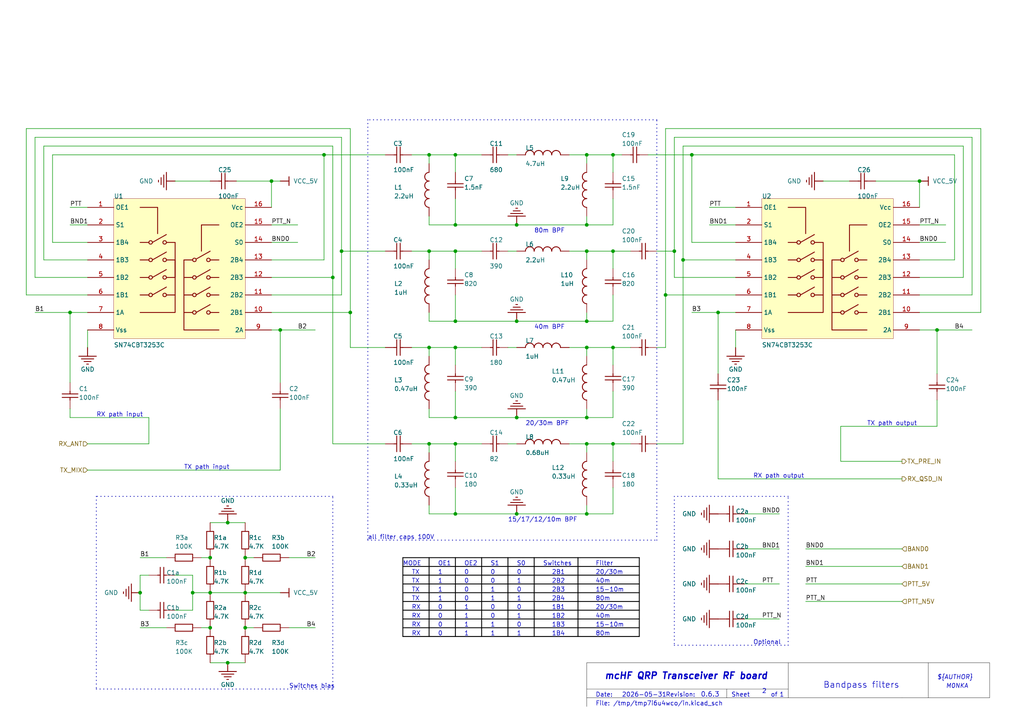
<source format=kicad_sch>
(kicad_sch (version 20231120) (generator "eeschema") (generator_version "8.0")
  (paper "A4")
  (title_block (title "mcHF QRP Transceiver RF board") (rev "0.6.3") (company "M0NKA"))
  (junction (at 170.18 65.2272))
  (junction (at 132.08 65.2272))
  (junction (at 71.12 161.7472))
  (junction (at 149.86 121.1072))
  (junction (at 149.86 65.2272))
  (junction (at 170.18 72.8472))
  (junction (at 60.96 182.0672))
  (junction (at 132.08 93.1672))
  (junction (at 132.08 100.7872))
  (junction (at 71.12 171.9072))
  (junction (at 177.8 44.9072))
  (junction (at 55.88 171.9072))
  (junction (at 78.74 52.5272))
  (junction (at 170.18 121.1072))
  (junction (at 60.96 171.9072))
  (junction (at 170.18 93.1672))
  (junction (at 81.28 95.7072))
  (junction (at 124.46 100.7872))
  (junction (at 124.46 44.9072))
  (junction (at 149.86 149.0472))
  (junction (at 20.32 90.6272))
  (junction (at 93.98 44.9072))
  (junction (at 66.04 192.2272))
  (junction (at 177.8 100.7872))
  (junction (at 170.18 149.0472))
  (junction (at 200.66 44.9072))
  (junction (at 124.46 72.8472))
  (junction (at 193.04 85.5472))
  (junction (at 60.96 161.7472))
  (junction (at 40.64 171.9072))
  (junction (at 132.08 72.8472))
  (junction (at 266.7 52.5272))
  (junction (at 132.08 128.7272))
  (junction (at 132.08 44.9072))
  (junction (at 149.86 93.1672))
  (junction (at 208.28 90.6272))
  (junction (at 198.12 75.3872))
  (junction (at 132.08 121.1072))
  (junction (at 99.06 72.8472))
  (junction (at 177.8 72.8472))
  (junction (at 132.08 149.0472))
  (junction (at 66.04 151.5872))
  (junction (at 124.46 128.7272))
  (junction (at 170.18 128.7272))
  (junction (at 170.18 100.7872))
  (junction (at 96.52 80.4672))
  (junction (at 195.58 72.8472))
  (junction (at 271.78 95.7072))
  (junction (at 101.6 90.6272))
  (junction (at 170.18 44.9072))
  (junction (at 177.8 128.7272))
  (junction (at 71.12 182.0672))
  (wire (pts (xy 170.18 72.8472) (xy 170.18 75.3872)))
  (wire (pts (xy 205.74 65.2272) (xy 213.36 65.2272)))
  (polyline (pts (xy 116.84 171.9072) (xy 185.42 171.9072)) (stroke (width 0.254) (type solid) (color 0 0 0 1)))
  (wire (pts (xy 177.8 113.4872) (xy 177.8 121.1072)))
  (wire (pts (xy 124.46 100.7872) (xy 132.08 100.7872)))
  (wire (pts (xy 193.04 37.2872) (xy 193.04 85.5472)))
  (wire (pts (xy 170.18 65.2272) (xy 149.86 65.2272)))
  (wire (pts (xy 279.4 42.3672) (xy 279.4 80.4672)))
  (wire (pts (xy 124.46 149.0472) (xy 124.46 146.5072)))
  (wire (pts (xy 60.96 52.5272) (xy 50.8 52.5272)))
  (polyline (pts (xy 228.6 143.9672) (xy 195.58 143.9672)) (stroke (width 0.254) (type dot) (color 0 0 180 1)))
  (wire (pts (xy 284.48 90.6272) (xy 284.48 37.2872)))
  (polyline (pts (xy 167.64 161.7472) (xy 167.64 184.6072)) (stroke (width 0.254) (type solid) (color 0 0 0 1)))
  (wire (pts (xy 170.18 44.9072) (xy 177.8 44.9072)))
  (wire (pts (xy 177.8 65.2272) (xy 170.18 65.2272)))
  (wire (pts (xy 170.18 149.0472) (xy 170.18 146.5072)))
  (wire (pts (xy 7.62 37.2872) (xy 7.62 85.5472)))
  (wire (pts (xy 165.1 44.9072) (xy 170.18 44.9072)))
  (polyline (pts (xy 116.84 164.2872) (xy 185.42 164.2872)) (stroke (width 0.254) (type solid) (color 0 0 0 1)))
  (wire (pts (xy 195.58 72.8472) (xy 195.58 80.4672)))
  (wire (pts (xy 83.82 161.7472) (xy 91.44 161.7472)))
  (wire (pts (xy 78.74 95.7072) (xy 81.28 95.7072)))
  (wire (pts (xy 215.9 149.0472) (xy 226.06 149.0472)))
  (wire (pts (xy 266.7 65.2272) (xy 274.32 65.2272)))
  (wire (pts (xy 200.66 70.3072) (xy 200.66 44.9072)))
  (wire (pts (xy 43.18 121.1072) (xy 20.32 121.1072)))
  (wire (pts (xy 99.06 39.8272) (xy 10.16 39.8272)))
  (polyline (pts (xy 228.6 187.1472) (xy 228.6 143.9672)) (stroke (width 0.254) (type dot) (color 0 0 180 1)))
  (wire (pts (xy 276.86 75.3872) (xy 266.7 75.3872)))
  (wire (pts (xy 177.8 100.7872) (xy 177.8 105.8672)))
  (wire (pts (xy 193.04 85.5472) (xy 213.36 85.5472)))
  (polyline (pts (xy 116.84 174.4472) (xy 185.42 174.4472)) (stroke (width 0.254) (type solid) (color 0 0 0 1)))
  (wire (pts (xy 55.88 171.9072) (xy 55.88 176.9872)))
  (wire (pts (xy 68.58 52.5272) (xy 78.74 52.5272)))
  (wire (pts (xy 271.78 95.7072) (xy 281.94 95.7072)))
  (wire (pts (xy 25.4 136.3472) (xy 81.28 136.3472)))
  (wire (pts (xy 195.58 39.8272) (xy 195.58 72.8472)))
  (polyline (pts (xy 195.58 143.9672) (xy 195.58 187.1472)) (stroke (width 0.254) (type dot) (color 0 0 180 1)))
  (wire (pts (xy 208.28 90.6272) (xy 213.36 90.6272)))
  (wire (pts (xy 198.12 42.3672) (xy 279.4 42.3672)))
  (wire (pts (xy 25.4 65.2272) (xy 20.32 65.2272)))
  (wire (pts (xy 271.78 95.7072) (xy 271.78 108.4072)))
  (wire (pts (xy 81.28 136.3472) (xy 81.28 118.5672)))
  (polyline (pts (xy 116.84 176.9872) (xy 185.42 176.9872)) (stroke (width 0.254) (type solid) (color 0 0 0 1)))
  (polyline (pts (xy 287.02 202.3872) (xy 287.02 192.2272)) (stroke (width 0.0254) (type solid) (color 0 0 0 1)))
  (polyline (pts (xy 116.84 169.3672) (xy 185.42 169.3672)) (stroke (width 0.254) (type solid) (color 0 0 0 1)))
  (wire (pts (xy 233.68 169.3672) (xy 261.62 169.3672)))
  (wire (pts (xy 170.18 100.7872) (xy 170.18 103.3272)))
  (polyline (pts (xy 106.68 156.6672) (xy 190.5 156.6672)) (stroke (width 0.254) (type dot) (color 0 0 180 1)))
  (wire (pts (xy 50.8 166.8272) (xy 55.88 166.8272)))
  (polyline (pts (xy 96.52 143.9672) (xy 27.94 143.9672)) (stroke (width 0.254) (type dot) (color 0 0 180 1)))
  (wire (pts (xy 78.74 90.6272) (xy 101.6 90.6272)))
  (wire (pts (xy 177.8 72.8472) (xy 182.88 72.8472)))
  (wire (pts (xy 177.8 100.7872) (xy 182.88 100.7872)))
  (wire (pts (xy 119.38 44.9072) (xy 124.46 44.9072)))
  (wire (pts (xy 124.46 128.7272) (xy 124.46 131.2672)))
  (wire (pts (xy 177.8 149.0472) (xy 170.18 149.0472)))
  (wire (pts (xy 15.24 70.3072) (xy 15.24 44.9072)))
  (wire (pts (xy 279.4 80.4672) (xy 266.7 80.4672)))
  (wire (pts (xy 200.66 44.9072) (xy 276.86 44.9072)))
  (wire (pts (xy 170.18 121.1072) (xy 170.18 118.5672)))
  (wire (pts (xy 81.28 95.7072) (xy 81.28 110.9472)))
  (wire (pts (xy 96.52 128.7272) (xy 111.76 128.7272)))
  (wire (pts (xy 101.6 100.7872) (xy 101.6 90.6272)))
  (wire (pts (xy 170.18 72.8472) (xy 177.8 72.8472)))
  (polyline (pts (xy 170.18 192.2272) (xy 170.18 204.9272)) (stroke (width 0.0254) (type solid) (color 0 0 0 1)))
  (wire (pts (xy 266.7 52.5272) (xy 254 52.5272)))
  (wire (pts (xy 170.18 128.7272) (xy 170.18 131.2672)))
  (wire (pts (xy 48.26 182.0672) (xy 40.64 182.0672)))
  (wire (pts (xy 132.08 141.4272) (xy 132.08 149.0472)))
  (wire (pts (xy 208.28 116.0272) (xy 208.28 138.8872)))
  (wire (pts (xy 124.46 72.8472) (xy 132.08 72.8472)))
  (wire (pts (xy 40.64 171.9072) (xy 40.64 176.9872)))
  (wire (pts (xy 124.46 121.1072) (xy 124.46 118.5672)))
  (wire (pts (xy 60.96 192.2272) (xy 66.04 192.2272)))
  (wire (pts (xy 99.06 85.5472) (xy 99.06 72.8472)))
  (wire (pts (xy 170.18 128.7272) (xy 177.8 128.7272)))
  (wire (pts (xy 25.4 95.7072) (xy 25.4 100.7872)))
  (polyline (pts (xy 287.02 192.2272) (xy 170.18 192.2272)) (stroke (width 0.0254) (type solid) (color 0 0 0 1)))
  (polyline (pts (xy 170.18 199.8472) (xy 228.6 199.8472)) (stroke (width 0.0254) (type solid) (color 0 0 0 1)))
  (wire (pts (xy 132.08 128.7272) (xy 139.7 128.7272)))
  (polyline (pts (xy 106.68 34.7472) (xy 106.68 156.6672)) (stroke (width 0.254) (type dot) (color 0 0 180 1)))
  (polyline (pts (xy 116.84 161.7472) (xy 185.42 161.7472)) (stroke (width 0.254) (type solid) (color 0 0 0 1)))
  (wire (pts (xy 48.26 161.7472) (xy 40.64 161.7472)))
  (wire (pts (xy 281.94 85.5472) (xy 281.94 39.8272)))
  (wire (pts (xy 7.62 85.5472) (xy 25.4 85.5472)))
  (wire (pts (xy 187.96 44.9072) (xy 200.66 44.9072)))
  (wire (pts (xy 132.08 72.8472) (xy 139.7 72.8472)))
  (polyline (pts (xy 195.58 187.1472) (xy 228.6 187.1472)) (stroke (width 0.254) (type dot) (color 0 0 180 1)))
  (wire (pts (xy 215.9 169.3672) (xy 226.06 169.3672)))
  (polyline (pts (xy 116.84 182.0672) (xy 185.42 182.0672)) (stroke (width 0.254) (type solid) (color 0 0 0 1)))
  (wire (pts (xy 195.58 80.4672) (xy 213.36 80.4672)))
  (wire (pts (xy 177.8 128.7272) (xy 182.88 128.7272)))
  (wire (pts (xy 96.52 80.4672) (xy 96.52 128.7272)))
  (wire (pts (xy 20.32 60.1472) (xy 25.4 60.1472)))
  (wire (pts (xy 177.8 141.4272) (xy 177.8 149.0472)))
  (polyline (pts (xy 228.6 192.2272) (xy 228.6 202.3872)) (stroke (width 0.0254) (type solid) (color 0 0 0 1)))
  (polyline (pts (xy 27.94 199.8472) (xy 96.52 199.8472)) (stroke (width 0.254) (type dot) (color 0 0 180 1)))
  (wire (pts (xy 10.16 90.6272) (xy 20.32 90.6272)))
  (wire (pts (xy 66.04 192.2272) (xy 71.12 192.2272)))
  (polyline (pts (xy 261.62 202.3872) (xy 287.02 202.3872)) (stroke (width 0.0254) (type solid) (color 0 0 0 1)))
  (wire (pts (xy 25.4 90.6272) (xy 20.32 90.6272)))
  (wire (pts (xy 170.18 121.1072) (xy 149.86 121.1072)))
  (polyline (pts (xy 154.94 161.7472) (xy 154.94 184.6072)) (stroke (width 0.254) (type solid) (color 0 0 0 1)))
  (wire (pts (xy 208.28 138.8872) (xy 261.62 138.8872)))
  (wire (pts (xy 198.12 75.3872) (xy 198.12 42.3672)))
  (wire (pts (xy 73.66 161.7472) (xy 71.12 161.7472)))
  (wire (pts (xy 170.18 93.1672) (xy 170.18 90.6272)))
  (wire (pts (xy 132.08 57.6072) (xy 132.08 65.2272)))
  (wire (pts (xy 10.16 80.4672) (xy 25.4 80.4672)))
  (wire (pts (xy 177.8 44.9072) (xy 180.34 44.9072)))
  (wire (pts (xy 165.1 72.8472) (xy 170.18 72.8472)))
  (polyline (pts (xy 261.62 202.3872) (xy 170.18 202.3872)) (stroke (width 0.0254) (type solid) (color 0 0 0 1)))
  (polyline (pts (xy 96.52 199.8472) (xy 96.52 143.9672)) (stroke (width 0.254) (type dot) (color 0 0 180 1)))
  (wire (pts (xy 60.96 161.7472) (xy 58.42 161.7472)))
  (wire (pts (xy 243.84 123.6472) (xy 243.84 133.8072)))
  (wire (pts (xy 124.46 65.2272) (xy 124.46 62.6872)))
  (wire (pts (xy 177.8 85.5472) (xy 177.8 93.1672)))
  (wire (pts (xy 213.36 95.7072) (xy 213.36 100.7872)))
  (polyline (pts (xy 185.42 161.7472) (xy 185.42 184.6072)) (stroke (width 0.254) (type solid) (color 0 0 0 1)))
  (polyline (pts (xy 124.46 161.7472) (xy 124.46 184.6072)) (stroke (width 0.254) (type solid) (color 0 0 0 1)))
  (wire (pts (xy 124.46 44.9072) (xy 132.08 44.9072)))
  (wire (pts (xy 78.74 85.5472) (xy 99.06 85.5472)))
  (wire (pts (xy 119.38 72.8472) (xy 124.46 72.8472)))
  (wire (pts (xy 233.68 174.4472) (xy 261.62 174.4472)))
  (wire (pts (xy 124.46 72.8472) (xy 124.46 75.3872)))
  (wire (pts (xy 177.8 93.1672) (xy 170.18 93.1672)))
  (wire (pts (xy 177.8 44.9072) (xy 177.8 49.9872)))
  (wire (pts (xy 132.08 44.9072) (xy 139.7 44.9072)))
  (wire (pts (xy 78.74 80.4672) (xy 96.52 80.4672)))
  (wire (pts (xy 124.46 93.1672) (xy 124.46 90.6272)))
  (wire (pts (xy 119.38 128.7272) (xy 124.46 128.7272)))
  (wire (pts (xy 233.68 159.2072) (xy 261.62 159.2072)))
  (wire (pts (xy 200.66 90.6272) (xy 208.28 90.6272)))
  (wire (pts (xy 78.74 52.5272) (xy 81.28 52.5272)))
  (wire (pts (xy 147.32 100.7872) (xy 149.86 100.7872)))
  (wire (pts (xy 276.86 44.9072) (xy 276.86 75.3872)))
  (wire (pts (xy 132.08 44.9072) (xy 132.08 49.9872)))
  (wire (pts (xy 215.9 179.5272) (xy 226.06 179.5272)))
  (polyline (pts (xy 190.5 34.7472) (xy 106.68 34.7472)) (stroke (width 0.254) (type dot) (color 0 0 180 1)))
  (wire (pts (xy 124.46 44.9072) (xy 124.46 47.4472)))
  (polyline (pts (xy 190.5 156.6672) (xy 190.5 34.7472)) (stroke (width 0.254) (type dot) (color 0 0 180 1)))
  (wire (pts (xy 246.38 52.5272) (xy 238.76 52.5272)))
  (wire (pts (xy 233.68 164.2872) (xy 261.62 164.2872)))
  (polyline (pts (xy 116.84 184.6072) (xy 116.84 164.2872)) (stroke (width 0.254) (type solid) (color 0 0 0 1)))
  (wire (pts (xy 101.6 37.2872) (xy 7.62 37.2872)))
  (wire (pts (xy 243.84 133.8072) (xy 261.62 133.8072)))
  (wire (pts (xy 43.18 128.7272) (xy 43.18 121.1072)))
  (wire (pts (xy 40.64 166.8272) (xy 40.64 171.9072)))
  (wire (pts (xy 215.9 159.2072) (xy 226.06 159.2072)))
  (wire (pts (xy 111.76 72.8472) (xy 99.06 72.8472)))
  (polyline (pts (xy 139.7 161.7472) (xy 139.7 184.6072)) (stroke (width 0.254) (type solid) (color 0 0 0 1)))
  (wire (pts (xy 205.74 60.1472) (xy 213.36 60.1472)))
  (wire (pts (xy 190.5 100.7872) (xy 193.04 100.7872)))
  (wire (pts (xy 177.8 57.6072) (xy 177.8 65.2272)))
  (wire (pts (xy 25.4 128.7272) (xy 43.18 128.7272)))
  (wire (pts (xy 25.4 75.3872) (xy 12.7 75.3872)))
  (wire (pts (xy 266.7 70.3072) (xy 274.32 70.3072)))
  (wire (pts (xy 83.82 182.0672) (xy 91.44 182.0672)))
  (polyline (pts (xy 116.84 166.8272) (xy 185.42 166.8272)) (stroke (width 0.254) (type solid) (color 0 0 0 1)))
  (wire (pts (xy 266.7 95.7072) (xy 271.78 95.7072)))
  (wire (pts (xy 147.32 44.9072) (xy 149.86 44.9072)))
  (polyline (pts (xy 147.32 161.7472) (xy 147.32 184.6072)) (stroke (width 0.254) (type solid) (color 0 0 0 1)))
  (wire (pts (xy 198.12 128.7272) (xy 190.5 128.7272)))
  (wire (pts (xy 170.18 93.1672) (xy 149.86 93.1672)))
  (wire (pts (xy 101.6 90.6272) (xy 101.6 37.2872)))
  (wire (pts (xy 147.32 128.7272) (xy 149.86 128.7272)))
  (wire (pts (xy 55.88 171.9072) (xy 60.96 171.9072)))
  (wire (pts (xy 119.38 100.7872) (xy 124.46 100.7872)))
  (wire (pts (xy 10.16 39.8272) (xy 10.16 80.4672)))
  (wire (pts (xy 213.36 75.3872) (xy 198.12 75.3872)))
  (polyline (pts (xy 269.24 192.2272) (xy 269.24 202.3872)) (stroke (width 0.0254) (type solid) (color 0 0 0 1)))
  (wire (pts (xy 149.86 93.1672) (xy 132.08 93.1672)))
  (wire (pts (xy 58.42 182.0672) (xy 60.96 182.0672)))
  (wire (pts (xy 132.08 128.7272) (xy 132.08 133.8072)))
  (wire (pts (xy 170.18 65.2272) (xy 170.18 62.6872)))
  (wire (pts (xy 132.08 149.0472) (xy 124.46 149.0472)))
  (wire (pts (xy 124.46 128.7272) (xy 132.08 128.7272)))
  (wire (pts (xy 124.46 100.7872) (xy 124.46 103.3272)))
  (wire (pts (xy 71.12 171.9072) (xy 81.28 171.9072)))
  (wire (pts (xy 111.76 100.7872) (xy 101.6 100.7872)))
  (wire (pts (xy 165.1 128.7272) (xy 170.18 128.7272)))
  (wire (pts (xy 55.88 166.8272) (xy 55.88 171.9072)))
  (polyline (pts (xy 185.42 184.6072) (xy 116.84 184.6072)) (stroke (width 0.254) (type solid) (color 0 0 0 1)))
  (wire (pts (xy 132.08 65.2272) (xy 124.46 65.2272)))
  (wire (pts (xy 177.8 72.8472) (xy 177.8 77.9272)))
  (wire (pts (xy 266.7 85.5472) (xy 281.94 85.5472)))
  (wire (pts (xy 170.18 100.7872) (xy 177.8 100.7872)))
  (wire (pts (xy 284.48 37.2872) (xy 193.04 37.2872)))
  (wire (pts (xy 149.86 65.2272) (xy 132.08 65.2272)))
  (polyline (pts (xy 116.84 164.2872) (xy 116.84 161.7472)) (stroke (width 0.254) (type solid) (color 0 0 0 1)))
  (wire (pts (xy 43.18 166.8272) (xy 40.64 166.8272)))
  (polyline (pts (xy 132.08 161.7472) (xy 132.08 184.6072)) (stroke (width 0.254) (type solid) (color 0 0 0 1)))
  (wire (pts (xy 170.18 44.9072) (xy 170.18 47.4472)))
  (wire (pts (xy 20.32 121.1072) (xy 20.32 118.5672)))
  (wire (pts (xy 71.12 182.0672) (xy 73.66 182.0672)))
  (wire (pts (xy 170.18 149.0472) (xy 149.86 149.0472)))
  (wire (pts (xy 96.52 42.3672) (xy 96.52 80.4672)))
  (wire (pts (xy 132.08 113.4872) (xy 132.08 121.1072)))
  (wire (pts (xy 132.08 85.5472) (xy 132.08 93.1672)))
  (wire (pts (xy 271.78 116.0272) (xy 271.78 123.6472)))
  (wire (pts (xy 266.7 60.1472) (xy 266.7 52.5272)))
  (wire (pts (xy 93.98 75.3872) (xy 78.74 75.3872)))
  (wire (pts (xy 165.1 100.7872) (xy 170.18 100.7872)))
  (wire (pts (xy 271.78 123.6472) (xy 243.84 123.6472)))
  (wire (pts (xy 60.96 171.9072) (xy 71.12 171.9072)))
  (wire (pts (xy 12.7 42.3672) (xy 96.52 42.3672)))
  (wire (pts (xy 281.94 39.8272) (xy 195.58 39.8272)))
  (wire (pts (xy 177.8 121.1072) (xy 170.18 121.1072)))
  (wire (pts (xy 266.7 90.6272) (xy 284.48 90.6272)))
  (wire (pts (xy 25.4 70.3072) (xy 15.24 70.3072)))
  (wire (pts (xy 132.08 100.7872) (xy 132.08 105.8672)))
  (wire (pts (xy 198.12 75.3872) (xy 198.12 128.7272)))
  (polyline (pts (xy 27.94 143.9672) (xy 27.94 199.8472)) (stroke (width 0.254) (type dot) (color 0 0 180 1)))
  (wire (pts (xy 60.96 151.5872) (xy 66.04 151.5872)))
  (wire (pts (xy 147.32 72.8472) (xy 149.86 72.8472)))
  (wire (pts (xy 78.74 52.5272) (xy 78.74 60.1472)))
  (wire (pts (xy 93.98 44.9072) (xy 111.76 44.9072)))
  (wire (pts (xy 40.64 176.9872) (xy 43.18 176.9872)))
  (wire (pts (xy 132.08 72.8472) (xy 132.08 77.9272)))
  (wire (pts (xy 12.7 75.3872) (xy 12.7 42.3672)))
  (polyline (pts (xy 116.84 179.5272) (xy 185.42 179.5272)) (stroke (width 0.254) (type solid) (color 0 0 0 1)))
  (wire (pts (xy 193.04 100.7872) (xy 193.04 85.5472)))
  (wire (pts (xy 20.32 90.6272) (xy 20.32 110.9472)))
  (wire (pts (xy 15.24 44.9072) (xy 93.98 44.9072)))
  (wire (pts (xy 132.08 93.1672) (xy 124.46 93.1672)))
  (wire (pts (xy 132.08 121.1072) (xy 124.46 121.1072)))
  (wire (pts (xy 55.88 176.9872) (xy 50.8 176.9872)))
  (wire (pts (xy 177.8 128.7272) (xy 177.8 133.8072)))
  (wire (pts (xy 149.86 149.0472) (xy 132.08 149.0472)))
  (wire (pts (xy 132.08 100.7872) (xy 139.7 100.7872)))
  (wire (pts (xy 213.36 70.3072) (xy 200.66 70.3072)))
  (wire (pts (xy 78.74 65.2272) (xy 86.36 65.2272)))
  (wire (pts (xy 149.86 121.1072) (xy 132.08 121.1072)))
  (wire (pts (xy 99.06 72.8472) (xy 99.06 39.8272)))
  (wire (pts (xy 81.28 95.7072) (xy 91.44 95.7072)))
  (wire (pts (xy 208.28 90.6272) (xy 208.28 108.4072)))
  (wire (pts (xy 66.04 151.5872) (xy 71.12 151.5872)))
  (wire (pts (xy 190.5 72.8472) (xy 195.58 72.8472)))
  (wire (pts (xy 93.98 44.9072) (xy 93.98 75.3872)))
  (polyline (pts (xy 210.82 199.8472) (xy 210.82 202.3872)) (stroke (width 0.0254) (type solid) (color 0 0 0 1)))
  (wire (pts (xy 78.74 70.3072) (xy 86.36 70.3072)))
  (text "1" (at 149.86 169.3672 0) (effects (font (size 1.27 1.27)) (justify left bottom)))
  (text "1" (at 149.86 184.6072 0) (effects (font (size 1.27 1.27)) (justify left bottom)))
  (text "1" (at 134.62 179.5272 0) (effects (font (size 1.27 1.27)) (justify left bottom)))
  (text "TX" (at 119.38 169.3672 0) (effects (font (size 1.27 1.27)) (justify left bottom)))
  (text "TX" (at 119.38 166.8272 0) (effects (font (size 1.27 1.27)) (justify left bottom)))
  (text "2B1" (at 160.02 166.8272 0) (effects (font (size 1.27 1.27)) (justify left bottom)))
  (text "all filter caps 100V" (at 106.68 156.6672 0) (effects (font (size 1.27 1.27)) (justify left bottom)))
  (text "0" (at 149.86 176.9872 0) (effects (font (size 1.27 1.27)) (justify left bottom)))
  (text "0" (at 142.24 169.3672 0) (effects (font (size 1.27 1.27)) (justify left bottom)))
  (text "0" (at 149.86 166.8272 0) (effects (font (size 1.27 1.27)) (justify left bottom)))
  (text "Optional" (at 218.44 187.1472 0) (effects (font (size 1.27 1.27)) (justify left bottom)))
  (text "0" (at 134.62 171.9072 0) (effects (font (size 1.27 1.27)) (justify left bottom)))
  (text "15-10m" (at 172.72 182.0672 0) (effects (font (size 1.27 1.27)) (justify left bottom)))
  (text "Sheet" (at 212.09 202.3872 0) (effects (font (size 1.27 1.27)) (justify left bottom)))
  (text "RX" (at 119.38 184.6072 0) (effects (font (size 1.27 1.27)) (justify left bottom)))
  (text "0" (at 142.24 166.8272 0) (effects (font (size 1.27 1.27)) (justify left bottom)))
  (text "0" (at 134.62 169.3672 0) (effects (font (size 1.27 1.27)) (justify left bottom)))
  (text "0" (at 127 184.6072 0) (effects (font (size 1.27 1.27)) (justify left bottom)))
  (text "0" (at 134.62 166.8272 0) (effects (font (size 1.27 1.27)) (justify left bottom)))
  (text "0" (at 142.24 176.9872 0) (effects (font (size 1.27 1.27)) (justify left bottom)))
  (text "S1" (at 142.24 164.2872 0) (effects (font (size 1.27 1.27)) (justify left bottom)))
  (text "OE2" (at 134.62 164.2872 0) (effects (font (size 1.27 1.27)) (justify left bottom)))
  (text "Revision:" (at 193.04 202.3872 0) (effects (font (size 1.27 1.27)) (justify left bottom)))
  (text "2B4" (at 160.02 174.4472 0) (effects (font (size 1.27 1.27)) (justify left bottom)))
  (text "1" (at 134.62 182.0672 0) (effects (font (size 1.27 1.27)) (justify left bottom)))
  (text "1" (at 134.62 184.6072 0) (effects (font (size 1.27 1.27)) (justify left bottom)))
  (text "RX" (at 119.38 179.5272 0) (effects (font (size 1.27 1.27)) (justify left bottom)))
  (text "${TITLE}" (at 175.26 197.3072 0) (effects (font (size 1.905 1.905) (thickness 0.381) (bold yes) (italic yes)) (justify left bottom)))
  (text "20/30m BPF" (at 152.4 123.6472 0) (effects (font (size 1.27 1.27)) (justify left bottom)))
  (text "RX" (at 119.38 176.9872 0) (effects (font (size 1.27 1.27)) (justify left bottom)))
  (text "TX path output" (at 251.46 123.6472 0) (effects (font (size 1.27 1.27)) (justify left bottom)))
  (text "1B2" (at 160.02 179.5272 0) (effects (font (size 1.27 1.27)) (justify left bottom)))
  (text "0" (at 142.24 179.5272 0) (effects (font (size 1.27 1.27)) (justify left bottom)))
  (text "80m" (at 172.72 184.6072 0) (effects (font (size 1.27 1.27)) (justify left bottom)))
  (text "1" (at 127 169.3672 0) (effects (font (size 1.27 1.27)) (justify left bottom)))
  (text "0" (at 127 179.5272 0) (effects (font (size 1.27 1.27)) (justify left bottom)))
  (text "2B3" (at 160.02 171.9072 0) (effects (font (size 1.27 1.27)) (justify left bottom)))
  (text "80m" (at 172.72 174.4472 0) (effects (font (size 1.27 1.27)) (justify left bottom)))
  (text "1" (at 149.86 179.5272 0) (effects (font (size 1.27 1.27)) (justify left bottom)))
  (text "1" (at 142.24 184.6072 0) (effects (font (size 1.27 1.27)) (justify left bottom)))
  (text "RX" (at 119.38 182.0672 0) (effects (font (size 1.27 1.27)) (justify left bottom)))
  (text "2B2" (at 160.02 169.3672 0) (effects (font (size 1.27 1.27)) (justify left bottom)))
  (text "Bandpass filters" (at 238.76 199.8472 0) (effects (font (size 1.778 1.778)) (justify left bottom)))
  (text "RX path input" (at 27.94 121.1072 0) (effects (font (size 1.27 1.27)) (justify left bottom)))
  (text "40m" (at 172.72 169.3672 0) (effects (font (size 1.27 1.27)) (justify left bottom)))
  (text "MODE" (at 116.84 164.2872 0) (effects (font (size 1.27 1.27)) (justify left bottom)))
  (text "1B3" (at 160.02 182.0672 0) (effects (font (size 1.27 1.27)) (justify left bottom)))
  (text "OE1" (at 127 164.2872 0) (effects (font (size 1.27 1.27)) (justify left bottom)))
  (text "Date:" (at 172.72 202.3872 0) (effects (font (size 1.27 1.27)) (justify left bottom)))
  (text "${COMPANY}" (at 274.32 199.8472 0) (effects (font (size 1.27 1.27) (italic yes)) (justify left bottom)))
  (text "40m BPF" (at 154.94 95.7072 0) (effects (font (size 1.27 1.27)) (justify left bottom)))
  (text "0" (at 127 176.9872 0) (effects (font (size 1.27 1.27)) (justify left bottom)))
  (text "Switches" (at 157.48 164.2872 0) (effects (font (size 1.27 1.27)) (justify left bottom)))
  (text "${CURRENT_DATE}" (at 180.34 202.3872 0) (effects (font (size 1.27 1.27)) (justify left bottom)))
  (text "1" (at 127 171.9072 0) (effects (font (size 1.27 1.27)) (justify left bottom)))
  (text "1" (at 127 166.8272 0) (effects (font (size 1.27 1.27)) (justify left bottom)))
  (text "TX" (at 119.38 171.9072 0) (effects (font (size 1.27 1.27)) (justify left bottom)))
  (text "Switches bias" (at 83.82 199.8472 0) (effects (font (size 1.27 1.27)) (justify left bottom)))
  (text "20/30m" (at 172.72 176.9872 0) (effects (font (size 1.27 1.27)) (justify left bottom)))
  (text "15-10m" (at 172.72 171.9072 0) (effects (font (size 1.27 1.27)) (justify left bottom)))
  (text "RX path output" (at 218.44 138.8872 0) (effects (font (size 1.27 1.27)) (justify left bottom)))
  (text "1" (at 142.24 182.0672 0) (effects (font (size 1.27 1.27)) (justify left bottom)))
  (text "1" (at 142.24 174.4472 0) (effects (font (size 1.27 1.27)) (justify left bottom)))
  (text "1" (at 134.62 176.9872 0) (effects (font (size 1.27 1.27)) (justify left bottom)))
  (text "${REVISION}" (at 203.2 202.3872 0) (effects (font (size 1.397 1.397)) (justify left bottom)))
  (text "S0" (at 149.86 164.2872 0) (effects (font (size 1.27 1.27)) (justify left bottom)))
  (text "15/17/12/10m BPF" (at 147.32 151.5872 0) (effects (font (size 1.27 1.27)) (justify left bottom)))
  (text "${AUTHOR}" (at 271.78 197.3072 0) (effects (font (size 1.27 1.27) (italic yes)) (justify left bottom)))
  (text "2" (at 220.98 199.8472 0) (effects (font (size 1.27 1.27)) (justify left top)))
  (text "40m" (at 172.72 179.5272 0) (effects (font (size 1.27 1.27)) (justify left bottom)))
  (text "Filter" (at 172.72 164.2872 0) (effects (font (size 1.27 1.27)) (justify left bottom)))
  (text "80m BPF" (at 154.94 67.7672 0) (effects (font (size 1.27 1.27)) (justify left bottom)))
  (text "0" (at 149.86 182.0672 0) (effects (font (size 1.27 1.27)) (justify left bottom)))
  (text "${FILEPATH}" (at 177.8 204.9272 0) (effects (font (size 1.27 1.27)) (justify left bottom)))
  (text "TX path input" (at 53.34 136.3472 0) (effects (font (size 1.27 1.27)) (justify left bottom)))
  (text "of" (at 223.52 202.3872 0) (effects (font (size 1.27 1.27)) (justify left bottom)))
  (text "0" (at 149.86 171.9072 0) (effects (font (size 1.27 1.27)) (justify left bottom)))
  (text "1B1" (at 160.02 176.9872 0) (effects (font (size 1.27 1.27)) (justify left bottom)))
  (text "TX" (at 119.38 174.4472 0) (effects (font (size 1.27 1.27)) (justify left bottom)))
  (text "1" (at 127 174.4472 0) (effects (font (size 1.27 1.27)) (justify left bottom)))
  (text "1" (at 142.24 171.9072 0) (effects (font (size 1.27 1.27)) (justify left bottom)))
  (text "1B4" (at 160.02 184.6072 0) (effects (font (size 1.27 1.27)) (justify left bottom)))
  (text "File:" (at 172.72 204.9272 0) (effects (font (size 1.27 1.27)) (justify left bottom)))
  (text "0" (at 127 182.0672 0) (effects (font (size 1.27 1.27)) (justify left bottom)))
  (text "1" (at 149.86 174.4472 0) (effects (font (size 1.27 1.27)) (justify left bottom)))
  (text "20/30m" (at 172.72 166.8272 0) (effects (font (size 1.27 1.27)) (justify left bottom)))
  (text "0" (at 134.62 174.4472 0) (effects (font (size 1.27 1.27)) (justify left bottom)))
  (text "${##}" (at 226.06 202.3872 0) (effects (font (size 1.27 1.27)) (justify left bottom)))
  (label "BND0" (at 233.68 159.2072 0))
  (label "B4" (at 88.9 182.0672 0))
  (label "PTT" (at 205.74 60.1472 0))
  (label "PTT_N" (at 78.74 65.2272 0))
  (label "B1" (at 10.16 90.6272 0))
  (label "PTT" (at 233.68 169.3672 0))
  (label "PTT_N" (at 233.68 174.4472 0))
  (label "PTT_N" (at 266.7 65.2272 0))
  (label "BND0" (at 266.7 70.3072 0))
  (label "BND1" (at 205.74 65.2272 0))
  (label "BND0" (at 78.74 70.3072 0))
  (label "BND0" (at 220.98 149.0472 0))
  (label "BND1" (at 220.98 159.2072 0))
  (label "BND1" (at 233.68 164.2872 0))
  (label "PTT" (at 20.32 60.1472 0))
  (label "B3" (at 200.66 90.6272 0))
  (label "B1" (at 40.64 161.7472 0))
  (label "PTT_N" (at 220.98 179.5272 0))
  (label "BND1" (at 20.32 65.2272 0))
  (label "PTT" (at 220.98 169.3672 0))
  (label "B2" (at 86.36 95.7072 0))
  (label "B3" (at 40.64 182.0672 0))
  (label "B4" (at 276.86 95.7072 0))
  (label "B2" (at 88.9 161.7472 0))
  (hierarchical_label "PTT_N5V" (shape input) (at 261.62 174.4472 0))
  (hierarchical_label "BAND0" (shape input) (at 261.62 159.2072 0))
  (hierarchical_label "PTT_5V" (shape input) (at 261.62 169.3672 0))
  (hierarchical_label "BAND1" (shape input) (at 261.62 164.2872 0))
  (hierarchical_label "TX_PRE_IN" (shape output) (at 261.62 133.8072 0))
  (hierarchical_label "TX_MIX" (shape input) (at 25.4 136.3472 180))
  (hierarchical_label "RX_ANT" (shape input) (at 25.4 128.7272 180))
  (hierarchical_label "RX_QSD_IN" (shape output) (at 261.62 138.8872 0))
  (symbol (lib_id "rf_main-altium-import:VCC_5V_BAR") (at 266.7 52.5272 90) (unit 1)
    (property "Reference" "#PWR?" (effects (hide yes)))
    (property "Value" "VCC_5V" (at 270.51 52.5272 90) (effects (justify right)))
  )
  (symbol (lib_id "rf_main-altium-import:Bandpass filters_2_CAP") (at 134.62 110.9472 0) (unit 1)
    (property "Reference" "C9" (at 134.62 110.6932 0) (effects (justify left bottom)))
    (property "Value" "390" (at 134.62 113.2332 0) (effects (justify left bottom)))
    (property "Footprint" "0805-Pro" (effects (hide yes)))
    (property "Description" "Capacitor" (effects (hide yes)))
    (property "PRICE" "0.078" (effects (hide yes)))
    (property "ORDER" "FN 233-2701" (effects (hide yes)))
    (property "QT ORDER" "QCC-00125" (effects (hide yes)))
  )
  (symbol (lib_id "rf_main-altium-import:Bandpass filters_3_CAP") (at 185.42 42.3672 0) (unit 1)
    (property "Reference" "C19" (at 180.34 39.8272 0) (effects (justify left bottom)))
    (property "Value" "100nF" (at 180.34 42.3672 0) (effects (justify left bottom)))
    (property "Footprint" "0805-Pro" (effects (hide yes)))
    (property "Description" "Capacitor" (effects (hide yes)))
    (property "PRICE" "0.068" (effects (hide yes)))
    (property "ORDER" "FN 252-2090" (effects (hide yes)))
    (property "QT ORDER" "QCC-00154" (effects (hide yes)))
  )
  (symbol (lib_id "rf_main-altium-import:Bandpass filters_3_RES_0") (at 73.66 154.1272 0) (unit 1)
    (property "Reference" "R1c" (at 72.136 156.6672 0) (effects (justify left bottom)))
    (property "Value" "4.7K" (at 72.136 159.2072 0) (effects (justify left bottom)))
    (property "Footprint" "0805-Pro" (effects (hide yes)))
    (property "Description" "Resistor" (effects (hide yes)))
    (property "PRICE" "0.024" (effects (hide yes)))
    (property "ORDER" "FN 200-8383" (effects (hide yes)))
    (property "QT ORDER" "QCR-00341" (effects (hide yes)))
  )
  (symbol (lib_id "rf_main-altium-import:GND_POWER_GROUND") (at 66.04 151.5872 180) (unit 1)
    (property "Reference" "#PWR?" (effects (hide yes)))
    (property "Value" "GND" (at 66.04 145.2372 0))
  )
  (symbol (lib_id "rf_main-altium-import:Bandpass filters_0_RES_0") (at 50.8 159.2072 0) (unit 1)
    (property "Reference" "R3a" (at 50.8 156.6672 0) (effects (justify left bottom)))
    (property "Value" "100K" (at 50.8 159.2072 0) (effects (justify left bottom)))
    (property "Footprint" "0805-Pro" (effects (hide yes)))
    (property "Description" "Resistor" (effects (hide yes)))
    (property "PRICE" "0.021" (effects (hide yes)))
    (property "ORDER" "FN 146-9860" (effects (hide yes)))
    (property "QT ORDER" "QCR-00373" (effects (hide yes)))
  )
  (symbol (lib_id "rf_main-altium-import:Bandpass filters_3_RES_0") (at 73.66 174.4472 0) (unit 1)
    (property "Reference" "R2c" (at 72.136 176.9872 0) (effects (justify left bottom)))
    (property "Value" "4.7K" (at 72.136 179.5272 0) (effects (justify left bottom)))
    (property "Footprint" "0805-Pro" (effects (hide yes)))
    (property "Description" "Resistor" (effects (hide yes)))
    (property "PRICE" "0.024" (effects (hide yes)))
    (property "ORDER" "FN 200-8383" (effects (hide yes)))
    (property "QT ORDER" "QCR-00341" (effects (hide yes)))
  )
  (symbol (lib_id "rf_main-altium-import:GND_POWER_GROUND") (at 50.8 52.5272 270) (unit 1)
    (property "Reference" "#PWR?" (effects (hide yes)))
    (property "Value" "GND" (at 44.45 52.5272 90) (effects (justify right)))
  )
  (symbol (lib_id "rf_main-altium-import:Bandpass filters_3_CAP") (at 187.96 70.3072 0) (unit 1)
    (property "Reference" "C20" (at 180.34 67.7672 0) (effects (justify left bottom)))
    (property "Value" "100nF" (at 180.34 70.3072 0) (effects (justify left bottom)))
    (property "Footprint" "0805-Pro" (effects (hide yes)))
    (property "Description" "Capacitor" (effects (hide yes)))
    (property "PRICE" "0.068" (effects (hide yes)))
    (property "ORDER" "FN 252-2090" (effects (hide yes)))
    (property "QT ORDER" "QCC-00154" (effects (hide yes)))
  )
  (symbol (lib_id "rf_main-altium-import:Bandpass filters_3_RES_0") (at 63.5 174.4472 0) (unit 1)
    (property "Reference" "R2a" (at 61.976 176.9872 0) (effects (justify left bottom)))
    (property "Value" "4.7K" (at 61.976 179.5272 0) (effects (justify left bottom)))
    (property "Footprint" "0805-Pro" (effects (hide yes)))
    (property "Description" "Resistor" (effects (hide yes)))
    (property "PRICE" "0.024" (effects (hide yes)))
    (property "ORDER" "FN 200-8383" (effects (hide yes)))
    (property "QT ORDER" "QCR-00341" (effects (hide yes)))
  )
  (symbol (lib_id "rf_main-altium-import:Bandpass filters_3_CAP") (at 213.36 146.5072 0) (unit 1)
    (property "Reference" "C2a" (at 213.36 149.0472 0) (effects (justify left bottom)))
    (property "Value" "100nF" (at 213.36 151.5872 0) (effects (justify left bottom)))
    (property "Footprint" "0805-Pro" (effects (hide yes)))
    (property "Description" "Capacitor" (effects (hide yes)))
    (property "PRICE" "0.068" (effects (hide yes)))
    (property "ORDER" "FN 252-2090" (effects (hide yes)))
    (property "QT ORDER" "QCC-00154" (effects (hide yes)))
  )
  (symbol (lib_id "rf_main-altium-import:GND_POWER_GROUND") (at 208.28 179.5272 270) (unit 1)
    (property "Reference" "#PWR?" (effects (hide yes)))
    (property "Value" "GND" (at 201.93 179.5272 90) (effects (justify right)))
  )
  (symbol (lib_id "rf_main-altium-import:Bandpass filters_3_RES_0") (at 63.5 154.1272 0) (unit 1)
    (property "Reference" "R1a" (at 61.976 156.6672 0) (effects (justify left bottom)))
    (property "Value" "4.7K" (at 61.976 159.2072 0) (effects (justify left bottom)))
    (property "Footprint" "0805-Pro" (effects (hide yes)))
    (property "Description" "Resistor" (effects (hide yes)))
    (property "PRICE" "0.024" (effects (hide yes)))
    (property "ORDER" "FN 200-8383" (effects (hide yes)))
    (property "QT ORDER" "QCR-00341" (effects (hide yes)))
  )
  (symbol (lib_id "rf_main-altium-import:Bandpass filters_3_RES_0") (at 73.66 184.6072 0) (unit 1)
    (property "Reference" "R2d" (at 72.136 187.1472 0) (effects (justify left bottom)))
    (property "Value" "4.7K" (at 72.136 189.6872 0) (effects (justify left bottom)))
    (property "Footprint" "0805-Pro" (effects (hide yes)))
    (property "Description" "Resistor" (effects (hide yes)))
    (property "PRICE" "0.024" (effects (hide yes)))
    (property "ORDER" "FN 200-8383" (effects (hide yes)))
    (property "QT ORDER" "QCR-00341" (effects (hide yes)))
  )
  (symbol (lib_id "rf_main-altium-import:Bandpass filters_2_CAP") (at 180.34 110.9472 0) (unit 1)
    (property "Reference" "C17" (at 180.34 110.6932 0) (effects (justify left bottom)))
    (property "Value" "390" (at 180.34 113.2332 0) (effects (justify left bottom)))
    (property "Footprint" "0805-Pro" (effects (hide yes)))
    (property "Description" "Capacitor" (effects (hide yes)))
    (property "PRICE" "0.078" (effects (hide yes)))
    (property "ORDER" "FN 233-2701" (effects (hide yes)))
    (property "QT ORDER" "QCC-00125" (effects (hide yes)))
  )
  (symbol (lib_id "rf_main-altium-import:Bandpass filters_1_BPF_IND") (at 121.92 60.1472 0) (unit 1)
    (property "Reference" "L1" (at 114.3 55.0672 0) (effects (justify left bottom)))
    (property "Value" "2.2uH" (at 114.3 57.6072 0) (effects (justify left bottom)))
    (property "Footprint" "0805-Pro" (effects (hide yes)))
    (property "Description" "INDUCTOR SMD" (effects (hide yes)))
    (property "ORDER" "FN 166-9889" (effects (hide yes)))
    (property "PRICE" "0.166" (effects (hide yes)))
  )
  (symbol (lib_id "rf_main-altium-import:Bandpass filters_2_CAP") (at 83.82 116.0272 0) (unit 1)
    (property "Reference" "C2" (at 83.82 113.4872 0) (effects (justify left bottom)))
    (property "Value" "100nF" (at 83.82 116.0272 0) (effects (justify left bottom)))
    (property "Footprint" "0805-Pro" (effects (hide yes)))
    (property "Description" "Capacitor" (effects (hide yes)))
    (property "PRICE" "0.068" (effects (hide yes)))
    (property "ORDER" "FN 252-2090" (effects (hide yes)))
    (property "QT ORDER" "QCC-00154" (effects (hide yes)))
  )
  (symbol (lib_id "rf_main-altium-import:Bandpass filters_0_BPF_IND") (at 152.4 98.2472 0) (unit 1)
    (property "Reference" "L7" (at 152.4 99.5172 0) (effects (justify left bottom)))
    (property "Value" "1uH" (at 152.4 104.0892 0) (effects (justify left bottom)))
    (property "Footprint" "0805-Pro" (effects (hide yes)))
    (property "Description" "INDUCTOR SMD" (effects (hide yes)))
    (property "ORDER" "FN 166-9882" (effects (hide yes)))
    (property "PRICE" "0.166" (effects (hide yes)))
  )
  (symbol (lib_id "rf_main-altium-import:Bandpass filters_2_CAP") (at 274.32 113.4872 0) (unit 1)
    (property "Reference" "C24" (at 274.32 110.9472 0) (effects (justify left bottom)))
    (property "Value" "100nF" (at 274.32 113.4872 0) (effects (justify left bottom)))
    (property "Footprint" "0805-Pro" (effects (hide yes)))
    (property "Description" "Capacitor" (effects (hide yes)))
    (property "PRICE" "0.068" (effects (hide yes)))
    (property "ORDER" "FN 252-2090" (effects (hide yes)))
    (property "QT ORDER" "QCC-00154" (effects (hide yes)))
  )
  (symbol (lib_id "rf_main-altium-import:Bandpass filters_0_RES_0") (at 76.2 159.2072 0) (unit 1)
    (property "Reference" "R3b" (at 78.74 156.6672 0) (effects (justify left bottom)))
    (property "Value" "100K" (at 78.74 159.2072 0) (effects (justify left bottom)))
    (property "Footprint" "0805-Pro" (effects (hide yes)))
    (property "Description" "Resistor" (effects (hide yes)))
    (property "PRICE" "0.021" (effects (hide yes)))
    (property "ORDER" "FN 146-9860" (effects (hide yes)))
    (property "QT ORDER" "QCR-00373" (effects (hide yes)))
  )
  (symbol (lib_id "rf_main-altium-import:GND_POWER_GROUND") (at 208.28 169.3672 270) (unit 1)
    (property "Reference" "#PWR?" (effects (hide yes)))
    (property "Value" "GND" (at 201.93 169.3672 90) (effects (justify right)))
  )
  (symbol (lib_id "rf_main-altium-import:Bandpass filters_1_BPF_IND") (at 167.64 143.9672 0) (unit 1)
    (property "Reference" "L12" (at 160.02 136.3472 0) (effects (justify left bottom)))
    (property "Value" "0.33uH" (at 160.02 138.8872 0) (effects (justify left bottom)))
    (property "Footprint" "0805-Pro" (effects (hide yes)))
    (property "Description" "INDUCTOR SMD" (effects (hide yes)))
    (property "ORDER" "FN 166-9911" (effects (hide yes)))
    (property "PRICE" "0.166" (effects (hide yes)))
  )
  (symbol (lib_id "rf_main-altium-import:Bandpass filters_1_CAP") (at 142.24 131.2672 0) (unit 1)
    (property "Reference" "C14" (at 141.986 126.1872 0) (effects (justify left bottom)))
    (property "Value" "82" (at 141.986 133.8072 0) (effects (justify left bottom)))
    (property "Footprint" "0805-Pro" (effects (hide yes)))
    (property "Description" "Capacitor" (effects (hide yes)))
    (property "PRICE" "0.074" (effects (hide yes)))
    (property "ORDER" "FN 174-0656" (effects (hide yes)))
    (property "QT ORDER" "QCC-00069" (effects (hide yes)))
  )
  (symbol (lib_id "rf_main-altium-import:GND_POWER_GROUND") (at 208.28 159.2072 270) (unit 1)
    (property "Reference" "#PWR?" (effects (hide yes)))
    (property "Value" "GND" (at 201.93 159.2072 90) (effects (justify right)))
  )
  (symbol (lib_id "rf_main-altium-import:GND_POWER_GROUND") (at 213.36 100.7872 0) (unit 1)
    (property "Reference" "#PWR?" (effects (hide yes)))
    (property "Value" "GND" (at 213.36 107.1372 0))
  )
  (symbol (lib_id "rf_main-altium-import:GND_POWER_GROUND") (at 25.4 100.7872 0) (unit 1)
    (property "Reference" "#PWR?" (effects (hide yes)))
    (property "Value" "GND" (at 25.4 107.1372 0))
  )
  (symbol (lib_id "rf_main-altium-import:Bandpass filters_2_CAP") (at 22.86 116.0272 0) (unit 1)
    (property "Reference" "C1" (at 22.86 113.4872 0) (effects (justify left bottom)))
    (property "Value" "100nF" (at 22.86 116.0272 0) (effects (justify left bottom)))
    (property "Footprint" "0805-Pro" (effects (hide yes)))
    (property "Description" "Capacitor" (effects (hide yes)))
    (property "PRICE" "0.068" (effects (hide yes)))
    (property "ORDER" "FN 252-2090" (effects (hide yes)))
    (property "QT ORDER" "QCC-00154" (effects (hide yes)))
  )
  (symbol (lib_id "rf_main-altium-import:Bandpass filters_3_CAP") (at 213.36 176.9872 0) (unit 1)
    (property "Reference" "C2d" (at 213.36 179.5272 0) (effects (justify left bottom)))
    (property "Value" "100nF" (at 213.36 182.0672 0) (effects (justify left bottom)))
    (property "Footprint" "0805-Pro" (effects (hide yes)))
    (property "Description" "Capacitor" (effects (hide yes)))
    (property "PRICE" "0.068" (effects (hide yes)))
    (property "ORDER" "FN 252-2090" (effects (hide yes)))
    (property "QT ORDER" "QCC-00154" (effects (hide yes)))
  )
  (symbol (lib_id "rf_main-altium-import:Bandpass filters_3_CAP") (at 213.36 166.8272 0) (unit 1)
    (property "Reference" "C2c" (at 213.36 169.3672 0) (effects (justify left bottom)))
    (property "Value" "100nF" (at 213.36 171.9072 0) (effects (justify left bottom)))
    (property "Footprint" "0805-Pro" (effects (hide yes)))
    (property "Description" "Capacitor" (effects (hide yes)))
    (property "PRICE" "0.068" (effects (hide yes)))
    (property "ORDER" "FN 252-2090" (effects (hide yes)))
    (property "QT ORDER" "QCC-00154" (effects (hide yes)))
  )
  (symbol (lib_id "rf_main-altium-import:GND_POWER_GROUND") (at 208.28 149.0472 270) (unit 1)
    (property "Reference" "#PWR?" (effects (hide yes)))
    (property "Value" "GND" (at 201.93 149.0472 90) (effects (justify right)))
  )
  (symbol (lib_id "rf_main-altium-import:Bandpass filters_1_BPF_IND") (at 121.92 116.0272 0) (unit 1)
    (property "Reference" "L3" (at 114.3 110.9472 0) (effects (justify left bottom)))
    (property "Value" "0.47uH" (at 114.3 113.4872 0) (effects (justify left bottom)))
    (property "Footprint" "0805-Pro" (effects (hide yes)))
    (property "Description" "INDUCTOR SMD" (effects (hide yes)))
    (property "ORDER" "FN 166-9913" (effects (hide yes)))
    (property "PRICE" "0.166" (effects (hide yes)))
  )
  (symbol (lib_id "rf_main-altium-import:Bandpass filters_1_BPF_IND") (at 121.92 143.9672 0) (unit 1)
    (property "Reference" "L4" (at 114.3 138.8872 0) (effects (justify left bottom)))
    (property "Value" "0.33uH" (at 114.3 141.4272 0) (effects (justify left bottom)))
    (property "Footprint" "0805-Pro" (effects (hide yes)))
    (property "Description" "INDUCTOR SMD" (effects (hide yes)))
    (property "ORDER" "FN 166-9911" (effects (hide yes)))
    (property "PRICE" "0.166" (effects (hide yes)))
  )
  (symbol (lib_id "rf_main-altium-import:Bandpass filters_3_CAP") (at 116.84 126.1872 0) (unit 1)
    (property "Reference" "C6" (at 114.046 126.1872 0) (effects (justify left bottom)))
    (property "Value" "100nF" (at 114.046 133.8072 0) (effects (justify left bottom)))
    (property "Footprint" "0805-Pro" (effects (hide yes)))
    (property "Description" "Capacitor" (effects (hide yes)))
    (property "PRICE" "0.068" (effects (hide yes)))
    (property "ORDER" "FN 252-2090" (effects (hide yes)))
    (property "QT ORDER" "QCC-00154" (effects (hide yes)))
  )
  (symbol (lib_id "rf_main-altium-import:Bandpass filters_0_BPF_IND") (at 152.4 126.1872 0) (unit 1)
    (property "Reference" "L8" (at 152.4 127.4572 0) (effects (justify left bottom)))
    (property "Value" "0.68uH" (at 152.4 132.0292 0) (effects (justify left bottom)))
    (property "Footprint" "0805-Pro" (effects (hide yes)))
    (property "Description" "INDUCTOR SMD" (effects (hide yes)))
    (property "ORDER" "FN 166-9915" (effects (hide yes)))
    (property "PRICE" "0.166" (effects (hide yes)))
  )
  (symbol (lib_id "rf_main-altium-import:GND_POWER_GROUND") (at 149.86 121.1072 180) (unit 1)
    (property "Reference" "#PWR?" (effects (hide yes)))
    (property "Value" "GND" (at 149.86 114.7572 0))
  )
  (symbol (lib_id "rf_main-altium-import:Bandpass filters_3_CAP") (at 116.84 70.3072 0) (unit 1)
    (property "Reference" "C4" (at 114.046 70.3072 0) (effects (justify left bottom)))
    (property "Value" "100nF" (at 114.046 77.9272 0) (effects (justify left bottom)))
    (property "Footprint" "0805-Pro" (effects (hide yes)))
    (property "Description" "Capacitor" (effects (hide yes)))
    (property "PRICE" "0.068" (effects (hide yes)))
    (property "ORDER" "FN 252-2090" (effects (hide yes)))
    (property "QT ORDER" "QCC-00154" (effects (hide yes)))
  )
  (symbol (lib_id "rf_main-altium-import:Bandpass filters_2_CAP") (at 210.82 113.4872 0) (unit 1)
    (property "Reference" "C23" (at 210.82 110.9472 0) (effects (justify left bottom)))
    (property "Value" "100nF" (at 210.82 113.4872 0) (effects (justify left bottom)))
    (property "Footprint" "0805-Pro" (effects (hide yes)))
    (property "Description" "Capacitor" (effects (hide yes)))
    (property "PRICE" "0.068" (effects (hide yes)))
    (property "ORDER" "FN 252-2090" (effects (hide yes)))
    (property "QT ORDER" "QCC-00154" (effects (hide yes)))
  )
  (symbol (lib_id "rf_main-altium-import:Bandpass filters_1_BPF_IND") (at 167.64 88.0872 0) (unit 1)
    (property "Reference" "L10" (at 162.56 80.4672 0) (effects (justify left bottom)))
    (property "Value" "1uH" (at 162.56 83.0072 0) (effects (justify left bottom)))
    (property "Footprint" "0805-Pro" (effects (hide yes)))
    (property "Description" "INDUCTOR SMD" (effects (hide yes)))
    (property "ORDER" "FN 166-9882" (effects (hide yes)))
    (property "PRICE" "0.166" (effects (hide yes)))
  )
  (symbol (lib_id "rf_main-altium-import:Bandpass filters_1_CAP") (at 142.24 75.3872 0) (unit 1)
    (property "Reference" "C12" (at 141.986 70.3072 0) (effects (justify left bottom)))
    (property "Value" "390" (at 141.986 77.9272 0) (effects (justify left bottom)))
    (property "Footprint" "0805-Pro" (effects (hide yes)))
    (property "Description" "Capacitor" (effects (hide yes)))
    (property "PRICE" "0.078" (effects (hide yes)))
    (property "ORDER" "FN 233-2701" (effects (hide yes)))
    (property "QT ORDER" "QCC-00125" (effects (hide yes)))
  )
  (symbol (lib_id "rf_main-altium-import:Bandpass filters_3_CAP") (at 116.84 42.3672 0) (unit 1)
    (property "Reference" "C3" (at 114.046 42.3672 0) (effects (justify left bottom)))
    (property "Value" "100nF" (at 114.046 49.9872 0) (effects (justify left bottom)))
    (property "Footprint" "0805-Pro" (effects (hide yes)))
    (property "Description" "Capacitor" (effects (hide yes)))
    (property "PRICE" "0.068" (effects (hide yes)))
    (property "ORDER" "FN 252-2090" (effects (hide yes)))
    (property "QT ORDER" "QCC-00154" (effects (hide yes)))
  )
  (symbol (lib_id "rf_main-altium-import:Bandpass filters_2_CAP") (at 180.34 138.8872 0) (unit 1)
    (property "Reference" "C18" (at 180.34 138.6332 0) (effects (justify left bottom)))
    (property "Value" "180" (at 180.34 141.1732 0) (effects (justify left bottom)))
    (property "Footprint" "0805-Pro" (effects (hide yes)))
    (property "Description" "Capacitor" (effects (hide yes)))
    (property "PRICE" "0.058" (effects (hide yes)))
    (property "ORDER" "FN 233-2756" (effects (hide yes)))
    (property "QT ORDER" "QCC-00084" (effects (hide yes)))
  )
  (symbol (lib_id "rf_main-altium-import:Bandpass filters_1_BPF_IND") (at 121.92 88.0872 0) (unit 1)
    (property "Reference" "L2" (at 114.3 83.0072 0) (effects (justify left bottom)))
    (property "Value" "1uH" (at 114.3 85.5472 0) (effects (justify left bottom)))
    (property "Footprint" "0805-Pro" (effects (hide yes)))
    (property "Description" "INDUCTOR SMD" (effects (hide yes)))
    (property "ORDER" "FN 166-9882" (effects (hide yes)))
    (property "PRICE" "0.166" (effects (hide yes)))
  )
  (symbol (lib_id "rf_main-altium-import:Bandpass filters_0_SN74CBT3253C") (at 50.8 75.3872 0) (unit 1)
    (property "Reference" "U1" (at 33.02 57.6072 0) (effects (justify left bottom)))
    (property "Value" "SN74CBT3253C" (at 33.02 100.7872 0) (effects (justify left bottom)))
    (property "Footprint" "SO-16-Pro" (effects (hide yes)))
    (property "Description" "Dual 4:1 Demux/Analog Switch" (effects (hide yes)))
    (property "ORDER" "FN 175-0447" (effects (hide yes)))
    (property "PRICE" "0.69" (effects (hide yes)))
  )
  (symbol (lib_id "rf_main-altium-import:Bandpass filters_0_RES_0") (at 76.2 179.5272 0) (unit 1)
    (property "Reference" "R3d" (at 78.74 187.1472 0) (effects (justify left bottom)))
    (property "Value" "100K" (at 78.74 189.6872 0) (effects (justify left bottom)))
    (property "Footprint" "0805-Pro" (effects (hide yes)))
    (property "Description" "Resistor" (effects (hide yes)))
    (property "PRICE" "0.021" (effects (hide yes)))
    (property "ORDER" "FN 146-9860" (effects (hide yes)))
    (property "QT ORDER" "QCR-00373" (effects (hide yes)))
  )
  (symbol (lib_id "rf_main-altium-import:GND_POWER_GROUND") (at 149.86 93.1672 180) (unit 1)
    (property "Reference" "#PWR?" (effects (hide yes)))
    (property "Value" "GND" (at 149.86 86.8172 0))
  )
  (symbol (lib_id "rf_main-altium-import:VCC_5V_BAR") (at 81.28 171.9072 90) (unit 1)
    (property "Reference" "#PWR?" (effects (hide yes)))
    (property "Value" "VCC_5V" (at 85.09 171.9072 90) (effects (justify right)))
  )
  (symbol (lib_id "rf_main-altium-import:Bandpass filters_1_CAP") (at 142.24 47.4472 0) (unit 1)
    (property "Reference" "C11" (at 141.986 42.3672 0) (effects (justify left bottom)))
    (property "Value" "680" (at 141.986 49.9872 0) (effects (justify left bottom)))
    (property "Footprint" "0805-Pro" (effects (hide yes)))
    (property "Description" "Capacitor" (effects (hide yes)))
    (property "PRICE" "0.074" (effects (hide yes)))
    (property "ORDER" "FN 228-0662" (effects (hide yes)))
  )
  (symbol (lib_id "rf_main-altium-import:Bandpass filters_3_CAP") (at 251.46 49.9872 0) (unit 1)
    (property "Reference" "C26" (at 248.666 49.9872 0) (effects (justify left bottom)))
    (property "Value" "100nF" (at 248.666 57.6072 0) (effects (justify left bottom)))
    (property "Footprint" "0805-Pro" (effects (hide yes)))
    (property "Description" "Capacitor" (effects (hide yes)))
    (property "PRICE" "0.068" (effects (hide yes)))
    (property "ORDER" "FN 252-2090" (effects (hide yes)))
    (property "QT ORDER" "QCC-00154" (effects (hide yes)))
  )
  (symbol (lib_id "rf_main-altium-import:Bandpass filters_3_CAP") (at 48.26 174.4472 0) (unit 1)
    (property "Reference" "C1b" (at 48.26 176.9872 0) (effects (justify left bottom)))
    (property "Value" "100nF" (at 48.26 179.5272 0) (effects (justify left bottom)))
    (property "Footprint" "0805-Pro" (effects (hide yes)))
    (property "Description" "Capacitor" (effects (hide yes)))
    (property "PRICE" "0.068" (effects (hide yes)))
    (property "ORDER" "FN 252-2090" (effects (hide yes)))
    (property "QT ORDER" "QCC-00154" (effects (hide yes)))
  )
  (symbol (lib_id "rf_main-altium-import:Bandpass filters_3_CAP") (at 187.96 98.2472 0) (unit 1)
    (property "Reference" "C21" (at 180.34 95.7072 0) (effects (justify left bottom)))
    (property "Value" "100nF" (at 180.34 98.2472 0) (effects (justify left bottom)))
    (property "Footprint" "0805-Pro" (effects (hide yes)))
    (property "Description" "Capacitor" (effects (hide yes)))
    (property "PRICE" "0.068" (effects (hide yes)))
    (property "ORDER" "FN 252-2090" (effects (hide yes)))
    (property "QT ORDER" "QCC-00154" (effects (hide yes)))
  )
  (symbol (lib_id "rf_main-altium-import:Bandpass filters_3_CAP") (at 187.96 126.1872 0) (unit 1)
    (property "Reference" "C22" (at 180.34 123.6472 0) (effects (justify left bottom)))
    (property "Value" "100nF" (at 180.34 126.1872 0) (effects (justify left bottom)))
    (property "Footprint" "0805-Pro" (effects (hide yes)))
    (property "Description" "Capacitor" (effects (hide yes)))
    (property "PRICE" "0.068" (effects (hide yes)))
    (property "ORDER" "FN 252-2090" (effects (hide yes)))
    (property "QT ORDER" "QCC-00154" (effects (hide yes)))
  )
  (symbol (lib_id "rf_main-altium-import:Bandpass filters_0_SN74CBT3253C") (at 238.76 75.3872 0) (unit 1)
    (property "Reference" "U2" (at 220.98 57.6072 0) (effects (justify left bottom)))
    (property "Value" "SN74CBT3253C" (at 220.98 100.7872 0) (effects (justify left bottom)))
    (property "Footprint" "SO-16-Pro" (effects (hide yes)))
    (property "Description" "Dual 4:1 Demux/Analog Switch" (effects (hide yes)))
    (property "ORDER" "FN 175-0447" (effects (hide yes)))
    (property "PRICE" "0.69" (effects (hide yes)))
  )
  (symbol (lib_id "rf_main-altium-import:Bandpass filters_3_CAP") (at 116.84 98.2472 0) (unit 1)
    (property "Reference" "C5" (at 114.046 98.2472 0) (effects (justify left bottom)))
    (property "Value" "100nF" (at 114.046 105.8672 0) (effects (justify left bottom)))
    (property "Footprint" "0805-Pro" (effects (hide yes)))
    (property "Description" "Capacitor" (effects (hide yes)))
    (property "PRICE" "0.068" (effects (hide yes)))
    (property "ORDER" "FN 252-2090" (effects (hide yes)))
    (property "QT ORDER" "QCC-00154" (effects (hide yes)))
  )
  (symbol (lib_id "rf_main-altium-import:Bandpass filters_3_CAP") (at 213.36 156.6672 0) (unit 1)
    (property "Reference" "C2b" (at 213.36 159.2072 0) (effects (justify left bottom)))
    (property "Value" "100nF" (at 213.36 161.7472 0) (effects (justify left bottom)))
    (property "Footprint" "0805-Pro" (effects (hide yes)))
    (property "Description" "Capacitor" (effects (hide yes)))
    (property "PRICE" "0.068" (effects (hide yes)))
    (property "ORDER" "FN 252-2090" (effects (hide yes)))
    (property "QT ORDER" "QCC-00154" (effects (hide yes)))
  )
  (symbol (lib_id "rf_main-altium-import:Bandpass filters_0_BPF_IND") (at 152.4 70.3072 0) (unit 1)
    (property "Reference" "L6" (at 152.4 71.5772 0) (effects (justify left bottom)))
    (property "Value" "2.2uH" (at 152.4 76.1492 0) (effects (justify left bottom)))
    (property "Footprint" "0805-Pro" (effects (hide yes)))
    (property "Description" "INDUCTOR SMD" (effects (hide yes)))
    (property "ORDER" "FN 166-9889" (effects (hide yes)))
    (property "PRICE" "0.166" (effects (hide yes)))
  )
  (symbol (lib_id "rf_main-altium-import:GND_POWER_GROUND") (at 149.86 149.0472 180) (unit 1)
    (property "Reference" "#PWR?" (effects (hide yes)))
    (property "Value" "GND" (at 149.86 142.6972 0))
  )
  (symbol (lib_id "rf_main-altium-import:Bandpass filters_0_CAP") (at 175.26 80.4672 0) (unit 1)
    (property "Reference" "C16" (at 180.34 80.4672 0) (effects (justify left bottom)))
    (property "Value" "820" (at 180.34 83.0072 0) (effects (justify left bottom)))
    (property "Footprint" "0805-Pro" (effects (hide yes)))
    (property "Description" "Capacitor" (effects (hide yes)))
    (property "PRICE" "0.074" (effects (hide yes)))
    (property "ORDER" "FN 174-0649" (effects (hide yes)))
    (property "QT ORDER" "QCC-00147" (effects (hide yes)))
  )
  (symbol (lib_id "rf_main-altium-import:Bandpass filters_2_CAP") (at 134.62 138.8872 0) (unit 1)
    (property "Reference" "C10" (at 134.62 138.6332 0) (effects (justify left bottom)))
    (property "Value" "180" (at 134.62 141.1732 0) (effects (justify left bottom)))
    (property "Footprint" "0805-Pro" (effects (hide yes)))
    (property "Description" "Capacitor" (effects (hide yes)))
    (property "PRICE" "0.058" (effects (hide yes)))
    (property "ORDER" "FN 233-2756" (effects (hide yes)))
    (property "QT ORDER" "QCC-00084" (effects (hide yes)))
  )
  (symbol (lib_id "rf_main-altium-import:Bandpass filters_1_BPF_IND") (at 167.64 60.1472 0) (unit 1)
    (property "Reference" "L9" (at 162.56 52.5272 0) (effects (justify left bottom)))
    (property "Value" "2.2uH" (at 162.56 55.0672 0) (effects (justify left bottom)))
    (property "Footprint" "0805-Pro" (effects (hide yes)))
    (property "Description" "INDUCTOR SMD" (effects (hide yes)))
    (property "ORDER" "FN 166-9889" (effects (hide yes)))
    (property "PRICE" "0.166" (effects (hide yes)))
  )
  (symbol (lib_id "rf_main-altium-import:Bandpass filters_0_BPF_IND") (at 152.4 42.3672 0) (unit 1)
    (property "Reference" "L5" (at 152.4 43.6372 0) (effects (justify left bottom)))
    (property "Value" "4.7uH" (at 152.4 48.2092 0) (effects (justify left bottom)))
    (property "Footprint" "0805-Pro" (effects (hide yes)))
    (property "Description" "INDUCTOR SMD" (effects (hide yes)))
    (property "ORDER" "FN 249-1624" (effects (hide yes)))
    (property "PRICE" "0.166" (effects (hide yes)))
  )
  (symbol (lib_id "rf_main-altium-import:Bandpass filters_3_RES_0") (at 63.5 164.2872 0) (unit 1)
    (property "Reference" "R1b" (at 61.976 166.8272 0) (effects (justify left bottom)))
    (property "Value" "4.7K" (at 61.976 169.3672 0) (effects (justify left bottom)))
    (property "Footprint" "0805-Pro" (effects (hide yes)))
    (property "Description" "Resistor" (effects (hide yes)))
    (property "PRICE" "0.024" (effects (hide yes)))
    (property "ORDER" "FN 200-8383" (effects (hide yes)))
    (property "QT ORDER" "QCR-00341" (effects (hide yes)))
  )
  (symbol (lib_id "rf_main-altium-import:GND_POWER_GROUND") (at 40.64 171.9072 270) (unit 1)
    (property "Reference" "#PWR?" (effects (hide yes)))
    (property "Value" "GND" (at 34.29 171.9072 90) (effects (justify right)))
  )
  (symbol (lib_id "rf_main-altium-import:VCC_5V_BAR") (at 81.28 52.5272 90) (unit 1)
    (property "Reference" "#PWR?" (effects (hide yes)))
    (property "Value" "VCC_5V" (at 85.09 52.5272 90) (effects (justify right)))
  )
  (symbol (lib_id "rf_main-altium-import:Bandpass filters_0_CAP") (at 175.26 52.5272 0) (unit 1)
    (property "Reference" "C15" (at 180.34 52.5272 0) (effects (justify left bottom)))
    (property "Value" "1.5nF" (at 180.34 55.0672 0) (effects (justify left bottom)))
    (property "Footprint" "0805-Pro" (effects (hide yes)))
    (property "Description" "Capacitor" (effects (hide yes)))
    (property "PRICE" "0.124" (effects (hide yes)))
    (property "ORDER" "FN 221-0934" (effects (hide yes)))
  )
  (symbol (lib_id "rf_main-altium-import:Bandpass filters_0_RES_0") (at 50.8 179.5272 0) (unit 1)
    (property "Reference" "R3c" (at 50.8 187.1472 0) (effects (justify left bottom)))
    (property "Value" "100K" (at 50.8 189.6872 0) (effects (justify left bottom)))
    (property "Footprint" "0805-Pro" (effects (hide yes)))
    (property "Description" "Resistor" (effects (hide yes)))
    (property "PRICE" "0.021" (effects (hide yes)))
    (property "ORDER" "FN 146-9860" (effects (hide yes)))
    (property "QT ORDER" "QCR-00373" (effects (hide yes)))
  )
  (symbol (lib_id "rf_main-altium-import:GND_POWER_GROUND") (at 149.86 65.2272 180) (unit 1)
    (property "Reference" "#PWR?" (effects (hide yes)))
    (property "Value" "GND" (at 149.86 58.8772 0))
  )
  (symbol (lib_id "rf_main-altium-import:Bandpass filters_3_CAP") (at 48.26 164.2872 0) (unit 1)
    (property "Reference" "C1a" (at 48.26 166.8272 0) (effects (justify left bottom)))
    (property "Value" "100nF" (at 48.26 169.3672 0) (effects (justify left bottom)))
    (property "Footprint" "0805-Pro" (effects (hide yes)))
    (property "Description" "Capacitor" (effects (hide yes)))
    (property "PRICE" "0.068" (effects (hide yes)))
    (property "ORDER" "FN 252-2090" (effects (hide yes)))
    (property "QT ORDER" "QCC-00154" (effects (hide yes)))
  )
  (symbol (lib_id "rf_main-altium-import:GND_POWER_GROUND") (at 238.76 52.5272 270) (unit 1)
    (property "Reference" "#PWR?" (effects (hide yes)))
    (property "Value" "GND" (at 232.41 52.5272 90) (effects (justify right)))
  )
  (symbol (lib_id "rf_main-altium-import:Bandpass filters_0_CAP") (at 129.54 52.5272 0) (unit 1)
    (property "Reference" "C7" (at 134.62 52.5272 0) (effects (justify left bottom)))
    (property "Value" "1.5nF" (at 134.62 55.0672 0) (effects (justify left bottom)))
    (property "Footprint" "0805-Pro" (effects (hide yes)))
    (property "Description" "Capacitor" (effects (hide yes)))
    (property "PRICE" "0.124" (effects (hide yes)))
    (property "ORDER" "FN 221-0934" (effects (hide yes)))
  )
  (symbol (lib_id "rf_main-altium-import:Bandpass filters_3_RES_0") (at 63.5 184.6072 0) (unit 1)
    (property "Reference" "R2b" (at 61.976 187.1472 0) (effects (justify left bottom)))
    (property "Value" "4.7K" (at 61.976 189.6872 0) (effects (justify left bottom)))
    (property "Footprint" "0805-Pro" (effects (hide yes)))
    (property "Description" "Resistor" (effects (hide yes)))
    (property "PRICE" "0.024" (effects (hide yes)))
    (property "ORDER" "FN 200-8383" (effects (hide yes)))
    (property "QT ORDER" "QCR-00341" (effects (hide yes)))
  )
  (symbol (lib_id "rf_main-altium-import:Bandpass filters_1_CAP") (at 142.24 103.3272 0) (unit 1)
    (property "Reference" "C13" (at 141.986 98.2472 0) (effects (justify left bottom)))
    (property "Value" "180" (at 141.986 105.8672 0) (effects (justify left bottom)))
    (property "Footprint" "0805-Pro" (effects (hide yes)))
    (property "Description" "Capacitor" (effects (hide yes)))
    (property "PRICE" "0.058" (effects (hide yes)))
    (property "ORDER" "FN 233-2756" (effects (hide yes)))
    (property "QT ORDER" "QCC-00084" (effects (hide yes)))
  )
  (symbol (lib_id "rf_main-altium-import:Bandpass filters_1_BPF_IND") (at 167.64 116.0272 0) (unit 1)
    (property "Reference" "L11" (at 160.02 108.4072 0) (effects (justify left bottom)))
    (property "Value" "0.47uH" (at 160.02 110.9472 0) (effects (justify left bottom)))
    (property "Footprint" "0805-Pro" (effects (hide yes)))
    (property "Description" "INDUCTOR SMD" (effects (hide yes)))
    (property "ORDER" "FN 166-9913" (effects (hide yes)))
    (property "PRICE" "0.166" (effects (hide yes)))
  )
  (symbol (lib_id "rf_main-altium-import:Bandpass filters_0_CAP") (at 129.54 80.4672 0) (unit 1)
    (property "Reference" "C8" (at 134.62 80.4672 0) (effects (justify left bottom)))
    (property "Value" "820" (at 134.62 83.0072 0) (effects (justify left bottom)))
    (property "Footprint" "0805-Pro" (effects (hide yes)))
    (property "Description" "Capacitor" (effects (hide yes)))
    (property "PRICE" "0.074" (effects (hide yes)))
    (property "ORDER" "FN 174-0649" (effects (hide yes)))
    (property "QT ORDER" "QCC-00147" (effects (hide yes)))
  )
  (symbol (lib_id "rf_main-altium-import:Bandpass filters_3_RES_0") (at 73.66 164.2872 0) (unit 1)
    (property "Reference" "R1d" (at 72.136 166.8272 0) (effects (justify left bottom)))
    (property "Value" "4.7K" (at 72.136 169.3672 0) (effects (justify left bottom)))
    (property "Footprint" "0805-Pro" (effects (hide yes)))
    (property "Description" "Resistor" (effects (hide yes)))
    (property "PRICE" "0.024" (effects (hide yes)))
    (property "ORDER" "FN 200-8383" (effects (hide yes)))
    (property "QT ORDER" "QCR-00341" (effects (hide yes)))
  )
  (symbol (lib_id "rf_main-altium-import:Bandpass filters_3_CAP") (at 66.04 49.9872 0) (unit 1)
    (property "Reference" "C25" (at 63.246 49.9872 0) (effects (justify left bottom)))
    (property "Value" "100nF" (at 63.246 57.6072 0) (effects (justify left bottom)))
    (property "Footprint" "0805-Pro" (effects (hide yes)))
    (property "Description" "Capacitor" (effects (hide yes)))
    (property "PRICE" "0.068" (effects (hide yes)))
    (property "ORDER" "FN 252-2090" (effects (hide yes)))
    (property "QT ORDER" "QCC-00154" (effects (hide yes)))
  )
  (symbol (lib_id "rf_main-altium-import:GND_POWER_GROUND") (at 66.04 192.2272 0) (unit 1)
    (property "Reference" "#PWR?" (effects (hide yes)))
    (property "Value" "GND" (at 66.04 198.5772 0))
  )
)
</source>
